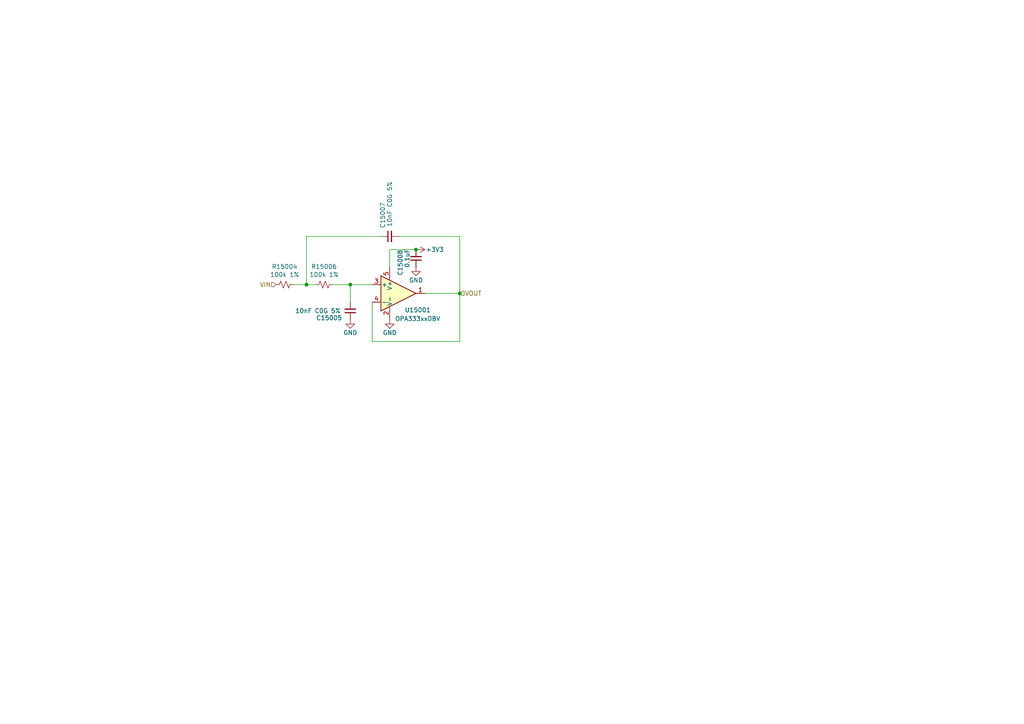
<source format=kicad_sch>
(kicad_sch (version 20231120) (generator "eeschema") (generator_version "8.0")
  (paper "A4")
  (lib_symbols
    (symbol "Amplifier_Operational:OPA333xxDBV" (pin_names (offset 0.127))
      (property "Reference" "U" (at -1.27 6.35 0))
      (property "Value" "OPA333xxDBV" (at -1.27 3.81 0))
      (symbol "OPA333xxDBV_0_1"
        (polyline (pts (xy -5.08 5.08) (xy 5.08 0) (xy -5.08 -5.08) (xy -5.08 5.08)) (stroke (width 0.254)) (fill (type background)))
        (pin power_in line (at -2.54 -7.62 90) (length 3.81) (name "V-") (number "2"))
        (pin power_in line (at -2.54 7.62 270) (length 3.81) (name "V+") (number "5"))
      )
      (symbol "OPA333xxDBV_1_1"
        (pin output line (at 7.62 0 180) (length 2.54) (name "~") (number "1"))
        (pin input line (at -7.62 2.54 0) (length 2.54) (name "+") (number "3"))
        (pin input line (at -7.62 -2.54 0) (length 2.54) (name "-") (number "4"))
      )
    )
    (symbol "Device:C_Small" (pin_numbers hide) (pin_names (offset 0.254) hide)
      (property "Reference" "C" (at 0.254 1.778 0))
      (property "Value" "C_Small" (at 0.254 -2.032 0))
      (symbol "C_Small_0_1"
        (polyline (pts (xy -1.524 -0.508) (xy 1.524 -0.508)) (stroke (width 0.3302)))
        (polyline (pts (xy -1.524 0.508) (xy 1.524 0.508)) (stroke (width 0.3048)))
      )
      (symbol "C_Small_1_1"
        (pin passive line (at 0 2.54 270) (length 2.032) (name "~") (number "1"))
        (pin passive line (at 0 -2.54 90) (length 2.032) (name "~") (number "2"))
      )
    )
    (symbol "Device:R_Small_US" (pin_numbers hide) (pin_names (offset 0.254) hide)
      (property "Reference" "R" (at 0.762 0.508 0))
      (property "Value" "R_Small_US" (at 0.762 -1.016 0))
      (symbol "R_Small_US_1_1"
        (polyline (pts (xy 0 0) (xy 1.016 -0.381) (xy 0 -0.762) (xy -1.016 -1.143) (xy 0 -1.524)))
        (polyline (pts (xy 0 1.524) (xy 1.016 1.143) (xy 0 0.762) (xy -1.016 0.381) (xy 0 0)))
        (pin passive line (at 0 2.54 270) (length 1.016) (name "~") (number "1"))
        (pin passive line (at 0 -2.54 90) (length 1.016) (name "~") (number "2"))
      )
    )
    (symbol "power:+3V3" (power) (pin_numbers hide) (pin_names (offset 0) hide)
      (property "Value" "+3V3" (at 0 3.556 0))
      (symbol "+3V3_0_1"
        (polyline (pts (xy -0.762 1.27) (xy 0 2.54)))
        (polyline (pts (xy 0 0) (xy 0 2.54)))
        (polyline (pts (xy 0 2.54) (xy 0.762 1.27)))
      )
      (symbol "+3V3_1_1"
        (pin power_in line (at 0 0 90) (length 0) (name "~") (number "1"))
      )
    )
    (symbol "power:GND" (power) (pin_names (offset 0))
      (property "Value" "GND" (at 0 -3.81 0))
      (symbol "GND_0_1"
        (polyline (pts (xy 0 0) (xy 0 -1.27) (xy 1.27 -1.27) (xy 0 -2.54) (xy -1.27 -1.27) (xy 0 -1.27)))
      )
      (symbol "GND_1_1"
        (pin power_in line (at 0 0 270) (length 0) hide (name "GND") (number "1"))
      )
    )
  )
  (junction (at 120.65 72.39))
  (junction (at 133.35 85.09))
  (junction (at 101.6 82.55))
  (junction (at 88.9 82.55))
  (wire (pts (xy 88.9 82.55) (xy 91.44 82.55)))
  (wire (pts (xy 123.19 85.09) (xy 133.35 85.09)))
  (wire (pts (xy 107.95 87.63) (xy 107.95 99.06)))
  (wire (pts (xy 85.09 82.55) (xy 88.9 82.55)))
  (wire (pts (xy 133.35 68.58) (xy 133.35 85.09)))
  (wire (pts (xy 115.57 68.58) (xy 133.35 68.58)))
  (wire (pts (xy 113.03 77.47) (xy 113.03 72.39)))
  (wire (pts (xy 96.52 82.55) (xy 101.6 82.55)))
  (wire (pts (xy 101.6 82.55) (xy 101.6 87.63)))
  (wire (pts (xy 107.95 99.06) (xy 133.35 99.06)))
  (wire (pts (xy 101.6 82.55) (xy 107.95 82.55)))
  (wire (pts (xy 88.9 68.58) (xy 88.9 82.55)))
  (wire (pts (xy 110.49 68.58) (xy 88.9 68.58)))
  (wire (pts (xy 133.35 99.06) (xy 133.35 85.09)))
  (wire (pts (xy 113.03 72.39) (xy 120.65 72.39)))
  (hierarchical_label "VOUT" (shape input) (at 133.35 85.09 0))
  (hierarchical_label "VIN" (shape input) (at 80.01 82.55 180))
  (symbol (lib_id "Device:C_Small") (at 101.6 90.17 180) (unit 1)
    (property "Reference" "C15005" (at 91.694 92.202 0) (effects (justify right)))
    (property "Value" "10nF C0G 5%" (at 85.598 90.17 0) (effects (justify right)))
    (property "Footprint" "Capacitor_SMD:C_0402_1005Metric" (effects (hide yes)))
    (property "LCSC" "C3855387" (effects (hide yes)))
    (instances (project "analog_i" (path "" (reference "C15005") (unit 1)) (path "" (reference "C37001") (unit 1))) (project "analog_frontend_panel" (path "" (reference "C20001") (unit 1)) (path "" (reference "C14001") (unit 1))))
  )
  (symbol (lib_id "Device:C_Small") (at 113.03 68.58 90) (unit 1)
    (property "Reference" "C15007" (at 110.998 58.674 0) (effects (justify right)))
    (property "Value" "10nF C0G 5%" (at 113.03 52.578 0) (effects (justify right)))
    (property "Footprint" "Capacitor_SMD:C_0402_1005Metric" (effects (hide yes)))
    (property "LCSC" "C3855387" (effects (hide yes)))
    (instances (project "analog_i" (path "" (reference "C15007") (unit 1)) (path "" (reference "C37002") (unit 1))) (project "analog_frontend_panel" (path "" (reference "C20002") (unit 1)) (path "" (reference "C14002") (unit 1))))
  )
  (symbol (lib_id "power:GND") (at 113.03 92.71 0) (unit 1)
    (property "Reference" "#PWR149" (effects (hide yes)))
    (property "Value" "GND" (at 113.03 96.52 0))
    (instances (project "analog_i" (path "" (reference "#PWR149") (unit 1)) (path "" (reference "#PWR217") (unit 1))) (project "analog_frontend_panel" (path "" (reference "#PWR20002") (unit 1)) (path "" (reference "#PWR14002") (unit 1))))
  )
  (symbol (lib_id "Device:R_Small_US") (at 93.98 82.55 270) (unit 1)
    (property "Reference" "R15006" (at 93.98 77.343 90))
    (property "Value" "100k 1%" (at 93.98 79.6544 90))
    (property "Footprint" "Resistor_SMD:R_0402_1005Metric" (effects (hide yes)))
    (property "LCSC" "C25741" (effects (hide yes)))
    (instances (project "analog_i" (path "" (reference "R15006") (unit 1)) (path "" (reference "R37002") (unit 1))) (project "analog_frontend_panel" (path "" (reference "R20001") (unit 1)) (path "" (reference "R14002") (unit 1))))
  )
  (symbol (lib_id "power:GND") (at 120.65 77.47 0) (unit 1)
    (property "Reference" "#PWR147" (effects (hide yes)))
    (property "Value" "GND" (at 120.65 81.28 0))
    (instances (project "analog_i" (path "" (reference "#PWR147") (unit 1)) (path "" (reference "#PWR215") (unit 1))) (project "analog_frontend_panel" (path "" (reference "#PWR20004") (unit 1)) (path "" (reference "#PWR14004") (unit 1))))
  )
  (symbol (lib_id "power:+3V3") (at 120.65 72.39 270) (unit 1)
    (property "Reference" "#PWR148" (effects (hide yes)))
    (property "Value" "+3V3" (at 123.444 72.39 90) (effects (justify left)))
    (property "Description" "Power symbol creates a global label with name \"+3V3\"" (effects (hide yes)))
    (instances (project "analog_i" (path "" (reference "#PWR148") (unit 1)) (path "" (reference "#PWR216") (unit 1))) (project "analog_frontend_panel" (path "" (reference "#PWR20003") (unit 1)) (path "" (reference "#PWR14003") (unit 1))))
  )
  (symbol (lib_id "Amplifier_Operational:OPA333xxDBV") (at 115.57 85.09 0) (unit 1)
    (property "Reference" "U15001" (at 121.158 89.916 0))
    (property "Value" "OPA333xxDBV" (at 121.158 92.456 0))
    (property "Footprint" "Package_TO_SOT_SMD:SOT-23-5" (effects (hide yes)))
    (property "Datasheet" "http://www.ti.com/lit/ds/symlink/opa333.pdf" (effects (hide yes)))
    (property "Description" "Single 1.8V, microPower, CMOS Operational Amplifiers, Zero-Drift Series, SOT-23-5" (effects (hide yes)))
    (instances (project "analog_i" (path "" (reference "U15001") (unit 1)) (path "" (reference "U37001") (unit 1))) (project "analog_frontend_panel" (path "" (reference "U20001") (unit 1)) (path "" (reference "U14001") (unit 1))))
  )
  (symbol (lib_id "Device:R_Small_US") (at 82.55 82.55 270) (unit 1)
    (property "Reference" "R15004" (at 82.55 77.343 90))
    (property "Value" "100k 1%" (at 82.55 79.6544 90))
    (property "Footprint" "Resistor_SMD:R_0402_1005Metric" (effects (hide yes)))
    (property "LCSC" "C25741" (effects (hide yes)))
    (instances (project "analog_i" (path "" (reference "R15004") (unit 1)) (path "" (reference "R37001") (unit 1))) (project "analog_frontend_panel" (path "" (reference "R20002") (unit 1)) (path "" (reference "R14001") (unit 1))))
  )
  (symbol (lib_id "power:GND") (at 101.6 92.71 0) (unit 1)
    (property "Reference" "#PWR146" (effects (hide yes)))
    (property "Value" "GND" (at 101.6 96.52 0))
    (instances (project "analog_i" (path "" (reference "#PWR146") (unit 1)) (path "" (reference "#PWR214") (unit 1))) (project "analog_frontend_panel" (path "" (reference "#PWR20001") (unit 1)) (path "" (reference "#PWR14001") (unit 1))))
  )
  (symbol (lib_id "Device:C_Small") (at 120.65 74.93 180) (unit 1)
    (property "Reference" "C15008" (at 116.078 76.2 90))
    (property "Value" "0.1uF" (at 118.11 74.93 90))
    (property "Footprint" "Capacitor_SMD:C_0402_1005Metric" (effects (hide yes)))
    (instances (project "analog_i" (path "" (reference "C15008") (unit 1)) (path "" (reference "C37003") (unit 1))) (project "analog_frontend_panel" (path "" (reference "C20003") (unit 1)) (path "" (reference "C14003") (unit 1))))
  )
)
</source>
